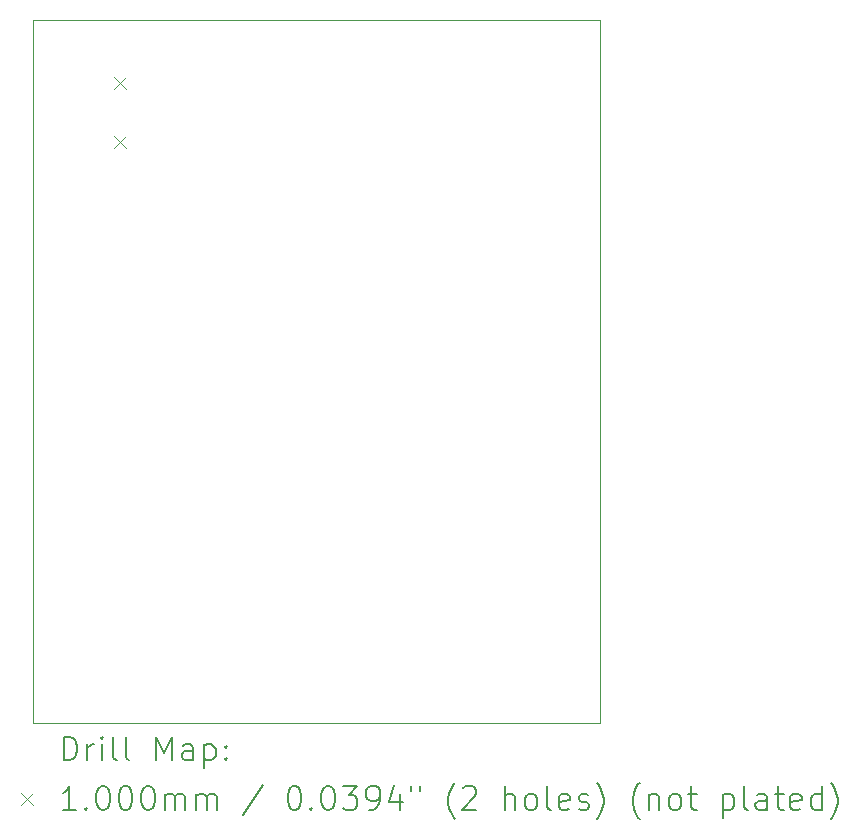
<source format=gbr>
%TF.GenerationSoftware,KiCad,Pcbnew,7.0.7*%
%TF.CreationDate,2023-12-02T18:08:43+01:00*%
%TF.ProjectId,TeensyRPR,5465656e-7379-4525-9052-2e6b69636164,rev?*%
%TF.SameCoordinates,Original*%
%TF.FileFunction,Drillmap*%
%TF.FilePolarity,Positive*%
%FSLAX45Y45*%
G04 Gerber Fmt 4.5, Leading zero omitted, Abs format (unit mm)*
G04 Created by KiCad (PCBNEW 7.0.7) date 2023-12-02 18:08:43*
%MOMM*%
%LPD*%
G01*
G04 APERTURE LIST*
%ADD10C,0.100000*%
%ADD11C,0.200000*%
G04 APERTURE END LIST*
D10*
X13410000Y-14720000D02*
X13410000Y-8770000D01*
X18210000Y-14720000D02*
X13410000Y-14720000D01*
X13410000Y-8770000D02*
X18210000Y-8770000D01*
X18210000Y-8770000D02*
X18210000Y-14720000D01*
D11*
D10*
X14093800Y-9250400D02*
X14193800Y-9350400D01*
X14193800Y-9250400D02*
X14093800Y-9350400D01*
X14093800Y-9750400D02*
X14193800Y-9850400D01*
X14193800Y-9750400D02*
X14093800Y-9850400D01*
D11*
X13665777Y-15036484D02*
X13665777Y-14836484D01*
X13665777Y-14836484D02*
X13713396Y-14836484D01*
X13713396Y-14836484D02*
X13741967Y-14846008D01*
X13741967Y-14846008D02*
X13761015Y-14865055D01*
X13761015Y-14865055D02*
X13770539Y-14884103D01*
X13770539Y-14884103D02*
X13780062Y-14922198D01*
X13780062Y-14922198D02*
X13780062Y-14950769D01*
X13780062Y-14950769D02*
X13770539Y-14988865D01*
X13770539Y-14988865D02*
X13761015Y-15007912D01*
X13761015Y-15007912D02*
X13741967Y-15026960D01*
X13741967Y-15026960D02*
X13713396Y-15036484D01*
X13713396Y-15036484D02*
X13665777Y-15036484D01*
X13865777Y-15036484D02*
X13865777Y-14903150D01*
X13865777Y-14941246D02*
X13875301Y-14922198D01*
X13875301Y-14922198D02*
X13884824Y-14912674D01*
X13884824Y-14912674D02*
X13903872Y-14903150D01*
X13903872Y-14903150D02*
X13922920Y-14903150D01*
X13989586Y-15036484D02*
X13989586Y-14903150D01*
X13989586Y-14836484D02*
X13980062Y-14846008D01*
X13980062Y-14846008D02*
X13989586Y-14855531D01*
X13989586Y-14855531D02*
X13999110Y-14846008D01*
X13999110Y-14846008D02*
X13989586Y-14836484D01*
X13989586Y-14836484D02*
X13989586Y-14855531D01*
X14113396Y-15036484D02*
X14094348Y-15026960D01*
X14094348Y-15026960D02*
X14084824Y-15007912D01*
X14084824Y-15007912D02*
X14084824Y-14836484D01*
X14218158Y-15036484D02*
X14199110Y-15026960D01*
X14199110Y-15026960D02*
X14189586Y-15007912D01*
X14189586Y-15007912D02*
X14189586Y-14836484D01*
X14446729Y-15036484D02*
X14446729Y-14836484D01*
X14446729Y-14836484D02*
X14513396Y-14979341D01*
X14513396Y-14979341D02*
X14580062Y-14836484D01*
X14580062Y-14836484D02*
X14580062Y-15036484D01*
X14761015Y-15036484D02*
X14761015Y-14931722D01*
X14761015Y-14931722D02*
X14751491Y-14912674D01*
X14751491Y-14912674D02*
X14732443Y-14903150D01*
X14732443Y-14903150D02*
X14694348Y-14903150D01*
X14694348Y-14903150D02*
X14675301Y-14912674D01*
X14761015Y-15026960D02*
X14741967Y-15036484D01*
X14741967Y-15036484D02*
X14694348Y-15036484D01*
X14694348Y-15036484D02*
X14675301Y-15026960D01*
X14675301Y-15026960D02*
X14665777Y-15007912D01*
X14665777Y-15007912D02*
X14665777Y-14988865D01*
X14665777Y-14988865D02*
X14675301Y-14969817D01*
X14675301Y-14969817D02*
X14694348Y-14960293D01*
X14694348Y-14960293D02*
X14741967Y-14960293D01*
X14741967Y-14960293D02*
X14761015Y-14950769D01*
X14856253Y-14903150D02*
X14856253Y-15103150D01*
X14856253Y-14912674D02*
X14875301Y-14903150D01*
X14875301Y-14903150D02*
X14913396Y-14903150D01*
X14913396Y-14903150D02*
X14932443Y-14912674D01*
X14932443Y-14912674D02*
X14941967Y-14922198D01*
X14941967Y-14922198D02*
X14951491Y-14941246D01*
X14951491Y-14941246D02*
X14951491Y-14998388D01*
X14951491Y-14998388D02*
X14941967Y-15017436D01*
X14941967Y-15017436D02*
X14932443Y-15026960D01*
X14932443Y-15026960D02*
X14913396Y-15036484D01*
X14913396Y-15036484D02*
X14875301Y-15036484D01*
X14875301Y-15036484D02*
X14856253Y-15026960D01*
X15037205Y-15017436D02*
X15046729Y-15026960D01*
X15046729Y-15026960D02*
X15037205Y-15036484D01*
X15037205Y-15036484D02*
X15027682Y-15026960D01*
X15027682Y-15026960D02*
X15037205Y-15017436D01*
X15037205Y-15017436D02*
X15037205Y-15036484D01*
X15037205Y-14912674D02*
X15046729Y-14922198D01*
X15046729Y-14922198D02*
X15037205Y-14931722D01*
X15037205Y-14931722D02*
X15027682Y-14922198D01*
X15027682Y-14922198D02*
X15037205Y-14912674D01*
X15037205Y-14912674D02*
X15037205Y-14931722D01*
D10*
X13305000Y-15315000D02*
X13405000Y-15415000D01*
X13405000Y-15315000D02*
X13305000Y-15415000D01*
D11*
X13770539Y-15456484D02*
X13656253Y-15456484D01*
X13713396Y-15456484D02*
X13713396Y-15256484D01*
X13713396Y-15256484D02*
X13694348Y-15285055D01*
X13694348Y-15285055D02*
X13675301Y-15304103D01*
X13675301Y-15304103D02*
X13656253Y-15313627D01*
X13856253Y-15437436D02*
X13865777Y-15446960D01*
X13865777Y-15446960D02*
X13856253Y-15456484D01*
X13856253Y-15456484D02*
X13846729Y-15446960D01*
X13846729Y-15446960D02*
X13856253Y-15437436D01*
X13856253Y-15437436D02*
X13856253Y-15456484D01*
X13989586Y-15256484D02*
X14008634Y-15256484D01*
X14008634Y-15256484D02*
X14027682Y-15266008D01*
X14027682Y-15266008D02*
X14037205Y-15275531D01*
X14037205Y-15275531D02*
X14046729Y-15294579D01*
X14046729Y-15294579D02*
X14056253Y-15332674D01*
X14056253Y-15332674D02*
X14056253Y-15380293D01*
X14056253Y-15380293D02*
X14046729Y-15418388D01*
X14046729Y-15418388D02*
X14037205Y-15437436D01*
X14037205Y-15437436D02*
X14027682Y-15446960D01*
X14027682Y-15446960D02*
X14008634Y-15456484D01*
X14008634Y-15456484D02*
X13989586Y-15456484D01*
X13989586Y-15456484D02*
X13970539Y-15446960D01*
X13970539Y-15446960D02*
X13961015Y-15437436D01*
X13961015Y-15437436D02*
X13951491Y-15418388D01*
X13951491Y-15418388D02*
X13941967Y-15380293D01*
X13941967Y-15380293D02*
X13941967Y-15332674D01*
X13941967Y-15332674D02*
X13951491Y-15294579D01*
X13951491Y-15294579D02*
X13961015Y-15275531D01*
X13961015Y-15275531D02*
X13970539Y-15266008D01*
X13970539Y-15266008D02*
X13989586Y-15256484D01*
X14180062Y-15256484D02*
X14199110Y-15256484D01*
X14199110Y-15256484D02*
X14218158Y-15266008D01*
X14218158Y-15266008D02*
X14227682Y-15275531D01*
X14227682Y-15275531D02*
X14237205Y-15294579D01*
X14237205Y-15294579D02*
X14246729Y-15332674D01*
X14246729Y-15332674D02*
X14246729Y-15380293D01*
X14246729Y-15380293D02*
X14237205Y-15418388D01*
X14237205Y-15418388D02*
X14227682Y-15437436D01*
X14227682Y-15437436D02*
X14218158Y-15446960D01*
X14218158Y-15446960D02*
X14199110Y-15456484D01*
X14199110Y-15456484D02*
X14180062Y-15456484D01*
X14180062Y-15456484D02*
X14161015Y-15446960D01*
X14161015Y-15446960D02*
X14151491Y-15437436D01*
X14151491Y-15437436D02*
X14141967Y-15418388D01*
X14141967Y-15418388D02*
X14132443Y-15380293D01*
X14132443Y-15380293D02*
X14132443Y-15332674D01*
X14132443Y-15332674D02*
X14141967Y-15294579D01*
X14141967Y-15294579D02*
X14151491Y-15275531D01*
X14151491Y-15275531D02*
X14161015Y-15266008D01*
X14161015Y-15266008D02*
X14180062Y-15256484D01*
X14370539Y-15256484D02*
X14389586Y-15256484D01*
X14389586Y-15256484D02*
X14408634Y-15266008D01*
X14408634Y-15266008D02*
X14418158Y-15275531D01*
X14418158Y-15275531D02*
X14427682Y-15294579D01*
X14427682Y-15294579D02*
X14437205Y-15332674D01*
X14437205Y-15332674D02*
X14437205Y-15380293D01*
X14437205Y-15380293D02*
X14427682Y-15418388D01*
X14427682Y-15418388D02*
X14418158Y-15437436D01*
X14418158Y-15437436D02*
X14408634Y-15446960D01*
X14408634Y-15446960D02*
X14389586Y-15456484D01*
X14389586Y-15456484D02*
X14370539Y-15456484D01*
X14370539Y-15456484D02*
X14351491Y-15446960D01*
X14351491Y-15446960D02*
X14341967Y-15437436D01*
X14341967Y-15437436D02*
X14332443Y-15418388D01*
X14332443Y-15418388D02*
X14322920Y-15380293D01*
X14322920Y-15380293D02*
X14322920Y-15332674D01*
X14322920Y-15332674D02*
X14332443Y-15294579D01*
X14332443Y-15294579D02*
X14341967Y-15275531D01*
X14341967Y-15275531D02*
X14351491Y-15266008D01*
X14351491Y-15266008D02*
X14370539Y-15256484D01*
X14522920Y-15456484D02*
X14522920Y-15323150D01*
X14522920Y-15342198D02*
X14532443Y-15332674D01*
X14532443Y-15332674D02*
X14551491Y-15323150D01*
X14551491Y-15323150D02*
X14580063Y-15323150D01*
X14580063Y-15323150D02*
X14599110Y-15332674D01*
X14599110Y-15332674D02*
X14608634Y-15351722D01*
X14608634Y-15351722D02*
X14608634Y-15456484D01*
X14608634Y-15351722D02*
X14618158Y-15332674D01*
X14618158Y-15332674D02*
X14637205Y-15323150D01*
X14637205Y-15323150D02*
X14665777Y-15323150D01*
X14665777Y-15323150D02*
X14684824Y-15332674D01*
X14684824Y-15332674D02*
X14694348Y-15351722D01*
X14694348Y-15351722D02*
X14694348Y-15456484D01*
X14789586Y-15456484D02*
X14789586Y-15323150D01*
X14789586Y-15342198D02*
X14799110Y-15332674D01*
X14799110Y-15332674D02*
X14818158Y-15323150D01*
X14818158Y-15323150D02*
X14846729Y-15323150D01*
X14846729Y-15323150D02*
X14865777Y-15332674D01*
X14865777Y-15332674D02*
X14875301Y-15351722D01*
X14875301Y-15351722D02*
X14875301Y-15456484D01*
X14875301Y-15351722D02*
X14884824Y-15332674D01*
X14884824Y-15332674D02*
X14903872Y-15323150D01*
X14903872Y-15323150D02*
X14932443Y-15323150D01*
X14932443Y-15323150D02*
X14951491Y-15332674D01*
X14951491Y-15332674D02*
X14961015Y-15351722D01*
X14961015Y-15351722D02*
X14961015Y-15456484D01*
X15351491Y-15246960D02*
X15180063Y-15504103D01*
X15608634Y-15256484D02*
X15627682Y-15256484D01*
X15627682Y-15256484D02*
X15646729Y-15266008D01*
X15646729Y-15266008D02*
X15656253Y-15275531D01*
X15656253Y-15275531D02*
X15665777Y-15294579D01*
X15665777Y-15294579D02*
X15675301Y-15332674D01*
X15675301Y-15332674D02*
X15675301Y-15380293D01*
X15675301Y-15380293D02*
X15665777Y-15418388D01*
X15665777Y-15418388D02*
X15656253Y-15437436D01*
X15656253Y-15437436D02*
X15646729Y-15446960D01*
X15646729Y-15446960D02*
X15627682Y-15456484D01*
X15627682Y-15456484D02*
X15608634Y-15456484D01*
X15608634Y-15456484D02*
X15589586Y-15446960D01*
X15589586Y-15446960D02*
X15580063Y-15437436D01*
X15580063Y-15437436D02*
X15570539Y-15418388D01*
X15570539Y-15418388D02*
X15561015Y-15380293D01*
X15561015Y-15380293D02*
X15561015Y-15332674D01*
X15561015Y-15332674D02*
X15570539Y-15294579D01*
X15570539Y-15294579D02*
X15580063Y-15275531D01*
X15580063Y-15275531D02*
X15589586Y-15266008D01*
X15589586Y-15266008D02*
X15608634Y-15256484D01*
X15761015Y-15437436D02*
X15770539Y-15446960D01*
X15770539Y-15446960D02*
X15761015Y-15456484D01*
X15761015Y-15456484D02*
X15751491Y-15446960D01*
X15751491Y-15446960D02*
X15761015Y-15437436D01*
X15761015Y-15437436D02*
X15761015Y-15456484D01*
X15894348Y-15256484D02*
X15913396Y-15256484D01*
X15913396Y-15256484D02*
X15932444Y-15266008D01*
X15932444Y-15266008D02*
X15941967Y-15275531D01*
X15941967Y-15275531D02*
X15951491Y-15294579D01*
X15951491Y-15294579D02*
X15961015Y-15332674D01*
X15961015Y-15332674D02*
X15961015Y-15380293D01*
X15961015Y-15380293D02*
X15951491Y-15418388D01*
X15951491Y-15418388D02*
X15941967Y-15437436D01*
X15941967Y-15437436D02*
X15932444Y-15446960D01*
X15932444Y-15446960D02*
X15913396Y-15456484D01*
X15913396Y-15456484D02*
X15894348Y-15456484D01*
X15894348Y-15456484D02*
X15875301Y-15446960D01*
X15875301Y-15446960D02*
X15865777Y-15437436D01*
X15865777Y-15437436D02*
X15856253Y-15418388D01*
X15856253Y-15418388D02*
X15846729Y-15380293D01*
X15846729Y-15380293D02*
X15846729Y-15332674D01*
X15846729Y-15332674D02*
X15856253Y-15294579D01*
X15856253Y-15294579D02*
X15865777Y-15275531D01*
X15865777Y-15275531D02*
X15875301Y-15266008D01*
X15875301Y-15266008D02*
X15894348Y-15256484D01*
X16027682Y-15256484D02*
X16151491Y-15256484D01*
X16151491Y-15256484D02*
X16084825Y-15332674D01*
X16084825Y-15332674D02*
X16113396Y-15332674D01*
X16113396Y-15332674D02*
X16132444Y-15342198D01*
X16132444Y-15342198D02*
X16141967Y-15351722D01*
X16141967Y-15351722D02*
X16151491Y-15370769D01*
X16151491Y-15370769D02*
X16151491Y-15418388D01*
X16151491Y-15418388D02*
X16141967Y-15437436D01*
X16141967Y-15437436D02*
X16132444Y-15446960D01*
X16132444Y-15446960D02*
X16113396Y-15456484D01*
X16113396Y-15456484D02*
X16056253Y-15456484D01*
X16056253Y-15456484D02*
X16037206Y-15446960D01*
X16037206Y-15446960D02*
X16027682Y-15437436D01*
X16246729Y-15456484D02*
X16284825Y-15456484D01*
X16284825Y-15456484D02*
X16303872Y-15446960D01*
X16303872Y-15446960D02*
X16313396Y-15437436D01*
X16313396Y-15437436D02*
X16332444Y-15408865D01*
X16332444Y-15408865D02*
X16341967Y-15370769D01*
X16341967Y-15370769D02*
X16341967Y-15294579D01*
X16341967Y-15294579D02*
X16332444Y-15275531D01*
X16332444Y-15275531D02*
X16322920Y-15266008D01*
X16322920Y-15266008D02*
X16303872Y-15256484D01*
X16303872Y-15256484D02*
X16265777Y-15256484D01*
X16265777Y-15256484D02*
X16246729Y-15266008D01*
X16246729Y-15266008D02*
X16237206Y-15275531D01*
X16237206Y-15275531D02*
X16227682Y-15294579D01*
X16227682Y-15294579D02*
X16227682Y-15342198D01*
X16227682Y-15342198D02*
X16237206Y-15361246D01*
X16237206Y-15361246D02*
X16246729Y-15370769D01*
X16246729Y-15370769D02*
X16265777Y-15380293D01*
X16265777Y-15380293D02*
X16303872Y-15380293D01*
X16303872Y-15380293D02*
X16322920Y-15370769D01*
X16322920Y-15370769D02*
X16332444Y-15361246D01*
X16332444Y-15361246D02*
X16341967Y-15342198D01*
X16513396Y-15323150D02*
X16513396Y-15456484D01*
X16465777Y-15246960D02*
X16418158Y-15389817D01*
X16418158Y-15389817D02*
X16541967Y-15389817D01*
X16608634Y-15256484D02*
X16608634Y-15294579D01*
X16684825Y-15256484D02*
X16684825Y-15294579D01*
X16980063Y-15532674D02*
X16970539Y-15523150D01*
X16970539Y-15523150D02*
X16951491Y-15494579D01*
X16951491Y-15494579D02*
X16941968Y-15475531D01*
X16941968Y-15475531D02*
X16932444Y-15446960D01*
X16932444Y-15446960D02*
X16922920Y-15399341D01*
X16922920Y-15399341D02*
X16922920Y-15361246D01*
X16922920Y-15361246D02*
X16932444Y-15313627D01*
X16932444Y-15313627D02*
X16941968Y-15285055D01*
X16941968Y-15285055D02*
X16951491Y-15266008D01*
X16951491Y-15266008D02*
X16970539Y-15237436D01*
X16970539Y-15237436D02*
X16980063Y-15227912D01*
X17046730Y-15275531D02*
X17056253Y-15266008D01*
X17056253Y-15266008D02*
X17075301Y-15256484D01*
X17075301Y-15256484D02*
X17122920Y-15256484D01*
X17122920Y-15256484D02*
X17141968Y-15266008D01*
X17141968Y-15266008D02*
X17151491Y-15275531D01*
X17151491Y-15275531D02*
X17161015Y-15294579D01*
X17161015Y-15294579D02*
X17161015Y-15313627D01*
X17161015Y-15313627D02*
X17151491Y-15342198D01*
X17151491Y-15342198D02*
X17037206Y-15456484D01*
X17037206Y-15456484D02*
X17161015Y-15456484D01*
X17399111Y-15456484D02*
X17399111Y-15256484D01*
X17484825Y-15456484D02*
X17484825Y-15351722D01*
X17484825Y-15351722D02*
X17475301Y-15332674D01*
X17475301Y-15332674D02*
X17456253Y-15323150D01*
X17456253Y-15323150D02*
X17427682Y-15323150D01*
X17427682Y-15323150D02*
X17408634Y-15332674D01*
X17408634Y-15332674D02*
X17399111Y-15342198D01*
X17608634Y-15456484D02*
X17589587Y-15446960D01*
X17589587Y-15446960D02*
X17580063Y-15437436D01*
X17580063Y-15437436D02*
X17570539Y-15418388D01*
X17570539Y-15418388D02*
X17570539Y-15361246D01*
X17570539Y-15361246D02*
X17580063Y-15342198D01*
X17580063Y-15342198D02*
X17589587Y-15332674D01*
X17589587Y-15332674D02*
X17608634Y-15323150D01*
X17608634Y-15323150D02*
X17637206Y-15323150D01*
X17637206Y-15323150D02*
X17656253Y-15332674D01*
X17656253Y-15332674D02*
X17665777Y-15342198D01*
X17665777Y-15342198D02*
X17675301Y-15361246D01*
X17675301Y-15361246D02*
X17675301Y-15418388D01*
X17675301Y-15418388D02*
X17665777Y-15437436D01*
X17665777Y-15437436D02*
X17656253Y-15446960D01*
X17656253Y-15446960D02*
X17637206Y-15456484D01*
X17637206Y-15456484D02*
X17608634Y-15456484D01*
X17789587Y-15456484D02*
X17770539Y-15446960D01*
X17770539Y-15446960D02*
X17761015Y-15427912D01*
X17761015Y-15427912D02*
X17761015Y-15256484D01*
X17941968Y-15446960D02*
X17922920Y-15456484D01*
X17922920Y-15456484D02*
X17884825Y-15456484D01*
X17884825Y-15456484D02*
X17865777Y-15446960D01*
X17865777Y-15446960D02*
X17856253Y-15427912D01*
X17856253Y-15427912D02*
X17856253Y-15351722D01*
X17856253Y-15351722D02*
X17865777Y-15332674D01*
X17865777Y-15332674D02*
X17884825Y-15323150D01*
X17884825Y-15323150D02*
X17922920Y-15323150D01*
X17922920Y-15323150D02*
X17941968Y-15332674D01*
X17941968Y-15332674D02*
X17951492Y-15351722D01*
X17951492Y-15351722D02*
X17951492Y-15370769D01*
X17951492Y-15370769D02*
X17856253Y-15389817D01*
X18027682Y-15446960D02*
X18046730Y-15456484D01*
X18046730Y-15456484D02*
X18084825Y-15456484D01*
X18084825Y-15456484D02*
X18103873Y-15446960D01*
X18103873Y-15446960D02*
X18113396Y-15427912D01*
X18113396Y-15427912D02*
X18113396Y-15418388D01*
X18113396Y-15418388D02*
X18103873Y-15399341D01*
X18103873Y-15399341D02*
X18084825Y-15389817D01*
X18084825Y-15389817D02*
X18056253Y-15389817D01*
X18056253Y-15389817D02*
X18037206Y-15380293D01*
X18037206Y-15380293D02*
X18027682Y-15361246D01*
X18027682Y-15361246D02*
X18027682Y-15351722D01*
X18027682Y-15351722D02*
X18037206Y-15332674D01*
X18037206Y-15332674D02*
X18056253Y-15323150D01*
X18056253Y-15323150D02*
X18084825Y-15323150D01*
X18084825Y-15323150D02*
X18103873Y-15332674D01*
X18180063Y-15532674D02*
X18189587Y-15523150D01*
X18189587Y-15523150D02*
X18208634Y-15494579D01*
X18208634Y-15494579D02*
X18218158Y-15475531D01*
X18218158Y-15475531D02*
X18227682Y-15446960D01*
X18227682Y-15446960D02*
X18237206Y-15399341D01*
X18237206Y-15399341D02*
X18237206Y-15361246D01*
X18237206Y-15361246D02*
X18227682Y-15313627D01*
X18227682Y-15313627D02*
X18218158Y-15285055D01*
X18218158Y-15285055D02*
X18208634Y-15266008D01*
X18208634Y-15266008D02*
X18189587Y-15237436D01*
X18189587Y-15237436D02*
X18180063Y-15227912D01*
X18541968Y-15532674D02*
X18532444Y-15523150D01*
X18532444Y-15523150D02*
X18513396Y-15494579D01*
X18513396Y-15494579D02*
X18503873Y-15475531D01*
X18503873Y-15475531D02*
X18494349Y-15446960D01*
X18494349Y-15446960D02*
X18484825Y-15399341D01*
X18484825Y-15399341D02*
X18484825Y-15361246D01*
X18484825Y-15361246D02*
X18494349Y-15313627D01*
X18494349Y-15313627D02*
X18503873Y-15285055D01*
X18503873Y-15285055D02*
X18513396Y-15266008D01*
X18513396Y-15266008D02*
X18532444Y-15237436D01*
X18532444Y-15237436D02*
X18541968Y-15227912D01*
X18618158Y-15323150D02*
X18618158Y-15456484D01*
X18618158Y-15342198D02*
X18627682Y-15332674D01*
X18627682Y-15332674D02*
X18646730Y-15323150D01*
X18646730Y-15323150D02*
X18675301Y-15323150D01*
X18675301Y-15323150D02*
X18694349Y-15332674D01*
X18694349Y-15332674D02*
X18703873Y-15351722D01*
X18703873Y-15351722D02*
X18703873Y-15456484D01*
X18827682Y-15456484D02*
X18808634Y-15446960D01*
X18808634Y-15446960D02*
X18799111Y-15437436D01*
X18799111Y-15437436D02*
X18789587Y-15418388D01*
X18789587Y-15418388D02*
X18789587Y-15361246D01*
X18789587Y-15361246D02*
X18799111Y-15342198D01*
X18799111Y-15342198D02*
X18808634Y-15332674D01*
X18808634Y-15332674D02*
X18827682Y-15323150D01*
X18827682Y-15323150D02*
X18856254Y-15323150D01*
X18856254Y-15323150D02*
X18875301Y-15332674D01*
X18875301Y-15332674D02*
X18884825Y-15342198D01*
X18884825Y-15342198D02*
X18894349Y-15361246D01*
X18894349Y-15361246D02*
X18894349Y-15418388D01*
X18894349Y-15418388D02*
X18884825Y-15437436D01*
X18884825Y-15437436D02*
X18875301Y-15446960D01*
X18875301Y-15446960D02*
X18856254Y-15456484D01*
X18856254Y-15456484D02*
X18827682Y-15456484D01*
X18951492Y-15323150D02*
X19027682Y-15323150D01*
X18980063Y-15256484D02*
X18980063Y-15427912D01*
X18980063Y-15427912D02*
X18989587Y-15446960D01*
X18989587Y-15446960D02*
X19008634Y-15456484D01*
X19008634Y-15456484D02*
X19027682Y-15456484D01*
X19246730Y-15323150D02*
X19246730Y-15523150D01*
X19246730Y-15332674D02*
X19265777Y-15323150D01*
X19265777Y-15323150D02*
X19303873Y-15323150D01*
X19303873Y-15323150D02*
X19322920Y-15332674D01*
X19322920Y-15332674D02*
X19332444Y-15342198D01*
X19332444Y-15342198D02*
X19341968Y-15361246D01*
X19341968Y-15361246D02*
X19341968Y-15418388D01*
X19341968Y-15418388D02*
X19332444Y-15437436D01*
X19332444Y-15437436D02*
X19322920Y-15446960D01*
X19322920Y-15446960D02*
X19303873Y-15456484D01*
X19303873Y-15456484D02*
X19265777Y-15456484D01*
X19265777Y-15456484D02*
X19246730Y-15446960D01*
X19456254Y-15456484D02*
X19437206Y-15446960D01*
X19437206Y-15446960D02*
X19427682Y-15427912D01*
X19427682Y-15427912D02*
X19427682Y-15256484D01*
X19618158Y-15456484D02*
X19618158Y-15351722D01*
X19618158Y-15351722D02*
X19608635Y-15332674D01*
X19608635Y-15332674D02*
X19589587Y-15323150D01*
X19589587Y-15323150D02*
X19551492Y-15323150D01*
X19551492Y-15323150D02*
X19532444Y-15332674D01*
X19618158Y-15446960D02*
X19599111Y-15456484D01*
X19599111Y-15456484D02*
X19551492Y-15456484D01*
X19551492Y-15456484D02*
X19532444Y-15446960D01*
X19532444Y-15446960D02*
X19522920Y-15427912D01*
X19522920Y-15427912D02*
X19522920Y-15408865D01*
X19522920Y-15408865D02*
X19532444Y-15389817D01*
X19532444Y-15389817D02*
X19551492Y-15380293D01*
X19551492Y-15380293D02*
X19599111Y-15380293D01*
X19599111Y-15380293D02*
X19618158Y-15370769D01*
X19684825Y-15323150D02*
X19761015Y-15323150D01*
X19713396Y-15256484D02*
X19713396Y-15427912D01*
X19713396Y-15427912D02*
X19722920Y-15446960D01*
X19722920Y-15446960D02*
X19741968Y-15456484D01*
X19741968Y-15456484D02*
X19761015Y-15456484D01*
X19903873Y-15446960D02*
X19884825Y-15456484D01*
X19884825Y-15456484D02*
X19846730Y-15456484D01*
X19846730Y-15456484D02*
X19827682Y-15446960D01*
X19827682Y-15446960D02*
X19818158Y-15427912D01*
X19818158Y-15427912D02*
X19818158Y-15351722D01*
X19818158Y-15351722D02*
X19827682Y-15332674D01*
X19827682Y-15332674D02*
X19846730Y-15323150D01*
X19846730Y-15323150D02*
X19884825Y-15323150D01*
X19884825Y-15323150D02*
X19903873Y-15332674D01*
X19903873Y-15332674D02*
X19913396Y-15351722D01*
X19913396Y-15351722D02*
X19913396Y-15370769D01*
X19913396Y-15370769D02*
X19818158Y-15389817D01*
X20084825Y-15456484D02*
X20084825Y-15256484D01*
X20084825Y-15446960D02*
X20065777Y-15456484D01*
X20065777Y-15456484D02*
X20027682Y-15456484D01*
X20027682Y-15456484D02*
X20008635Y-15446960D01*
X20008635Y-15446960D02*
X19999111Y-15437436D01*
X19999111Y-15437436D02*
X19989587Y-15418388D01*
X19989587Y-15418388D02*
X19989587Y-15361246D01*
X19989587Y-15361246D02*
X19999111Y-15342198D01*
X19999111Y-15342198D02*
X20008635Y-15332674D01*
X20008635Y-15332674D02*
X20027682Y-15323150D01*
X20027682Y-15323150D02*
X20065777Y-15323150D01*
X20065777Y-15323150D02*
X20084825Y-15332674D01*
X20161016Y-15532674D02*
X20170539Y-15523150D01*
X20170539Y-15523150D02*
X20189587Y-15494579D01*
X20189587Y-15494579D02*
X20199111Y-15475531D01*
X20199111Y-15475531D02*
X20208635Y-15446960D01*
X20208635Y-15446960D02*
X20218158Y-15399341D01*
X20218158Y-15399341D02*
X20218158Y-15361246D01*
X20218158Y-15361246D02*
X20208635Y-15313627D01*
X20208635Y-15313627D02*
X20199111Y-15285055D01*
X20199111Y-15285055D02*
X20189587Y-15266008D01*
X20189587Y-15266008D02*
X20170539Y-15237436D01*
X20170539Y-15237436D02*
X20161016Y-15227912D01*
M02*

</source>
